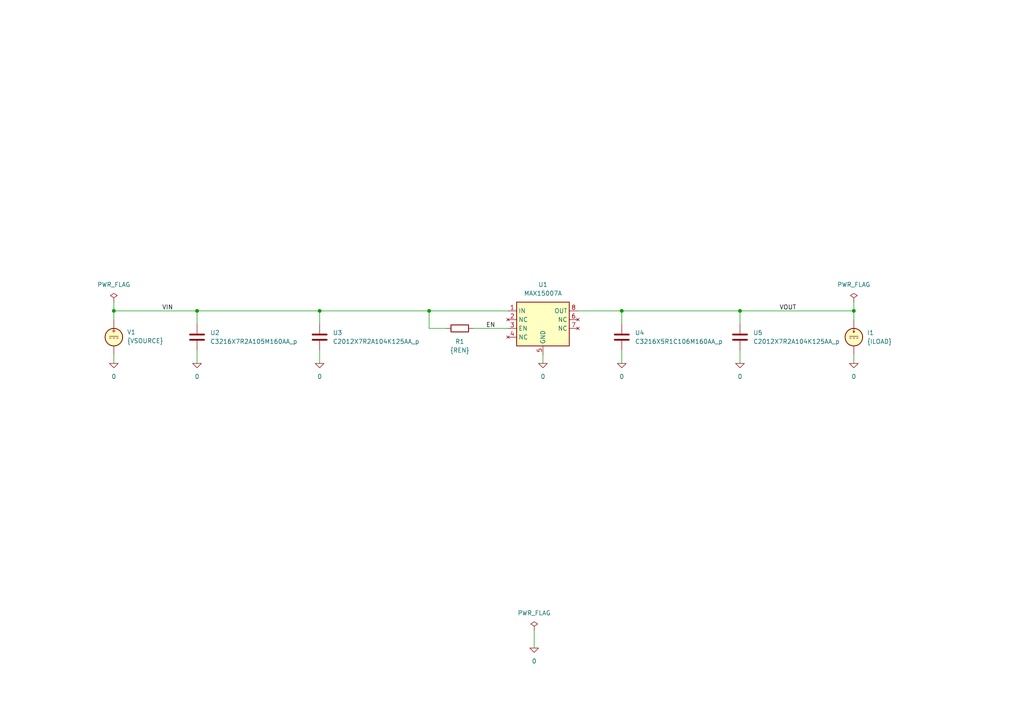
<source format=kicad_sch>
(kicad_sch (version 20211123) (generator eeschema)
  (paper "A4")
  (title_block (title "40V, Ultra-Low Quiescent-Current Linear Regulator") (date "2022-11-07") (rev "V1R1") (company "astroelectronic@") (comment 1 "PCB: Not avaliable") (comment 2 "Simulator: LTSpice") (comment 3 "Part: MAX15007A") (comment 4 "Description: Basic configuration"))
  (lib_symbols
    (symbol "AE01005035:MAX15007A"
      (property "Reference" "U" (at -6.35 6.35 0))
      (property "Value" "MAX15007A" (at 2.54 6.35 0))
      (symbol "MAX15007A_0_0"
        (pin no_connect line (at 10.16 0 180) (length 2.54) (name "NC") (number "6"))
        (pin no_connect line (at 10.16 -2.54 180) (length 2.54) (name "NC") (number "7"))
        (pin passive line (at 10.16 2.54 180) (length 2.54) (name "OUT") (number "8"))
      )
      (symbol "MAX15007A_1_1"
        (rectangle (start -7.62 5.08) (end 7.62 -7.62) (stroke (width 0.254)) (fill (type background)))
        (pin passive line (at -10.16 2.54 0) (length 2.54) (name "IN") (number "1"))
        (pin no_connect line (at -10.16 0 0) (length 2.54) (name "NC") (number "2"))
        (pin passive line (at -10.16 -2.54 0) (length 2.54) (name "EN") (number "3"))
        (pin no_connect line (at -10.16 -5.08 0) (length 2.54) (name "NC") (number "4"))
        (pin passive line (at 0 -10.16 90) (length 2.54) (name "GND") (number "5"))
      )
    )
    (symbol "Device:C" (pin_numbers hide) (pin_names (offset 0.254))
      (property "Reference" "C" (at 0.635 2.54 0))
      (property "Value" "C" (at 0.635 -2.54 0))
      (symbol "C_0_1"
        (polyline (pts (xy -2.032 -0.762) (xy 2.032 -0.762)) (stroke (width 0.508)))
        (polyline (pts (xy -2.032 0.762) (xy 2.032 0.762)) (stroke (width 0.508)))
      )
      (symbol "C_1_1"
        (pin passive line (at 0 3.81 270) (length 2.794) (name "~") (number "1"))
        (pin passive line (at 0 -3.81 90) (length 2.794) (name "~") (number "2"))
      )
    )
    (symbol "Device:R" (pin_numbers hide) (pin_names (offset 0))
      (property "Reference" "R" (at 2.032 0 90))
      (property "Value" "R" (at 0 0 90))
      (symbol "R_0_1"
        (rectangle (start -1.016 -2.54) (end 1.016 2.54) (stroke (width 0.254)))
      )
      (symbol "R_1_1"
        (pin passive line (at 0 3.81 270) (length 1.27) (name "~") (number "1"))
        (pin passive line (at 0 -3.81 90) (length 1.27) (name "~") (number "2"))
      )
    )
    (symbol "Simulation_SPICE:IDC" (pin_numbers hide) (pin_names (offset 0.0254))
      (property "Reference" "I" (at 2.54 2.54 0))
      (property "Value" "IDC" (at 2.54 0 0))
      (property "Spice_Model" "dc(1)" (at 2.54 -2.54 0))
      (symbol "IDC_0_0"
        (polyline (pts (xy -1.27 0.254) (xy 1.27 0.254)))
        (polyline (pts (xy -0.762 -0.254) (xy -1.27 -0.254)))
        (polyline (pts (xy 0.254 -0.254) (xy -0.254 -0.254)))
        (polyline (pts (xy 1.27 -0.254) (xy 0.762 -0.254)))
      )
      (symbol "IDC_0_1"
        (polyline (pts (xy 0 1.27) (xy 0 2.286)))
        (polyline (pts (xy -0.254 1.778) (xy 0 1.27) (xy 0.254 1.778)))
        (circle (center 0 0) (radius 2.54) (stroke (width 0.254)) (fill (type background)))
      )
      (symbol "IDC_1_1"
        (pin passive line (at 0 5.08 270) (length 2.54) (name "~") (number "1"))
        (pin passive line (at 0 -5.08 90) (length 2.54) (name "~") (number "2"))
      )
    )
    (symbol "Simulation_SPICE:VDC" (pin_numbers hide) (pin_names (offset 0.0254))
      (property "Reference" "V" (at 2.54 2.54 0))
      (property "Value" "VDC" (at 2.54 0 0))
      (property "Spice_Model" "dc(1)" (at 2.54 -2.54 0))
      (symbol "VDC_0_0"
        (polyline (pts (xy -1.27 0.254) (xy 1.27 0.254)))
        (polyline (pts (xy -0.762 -0.254) (xy -1.27 -0.254)))
        (polyline (pts (xy 0.254 -0.254) (xy -0.254 -0.254)))
        (polyline (pts (xy 1.27 -0.254) (xy 0.762 -0.254)))
        (text "+" (at 0 1.905 0) (effects (font (size 1.27 1.27))))
      )
      (symbol "VDC_0_1"
        (circle (center 0 0) (radius 2.54) (stroke (width 0.254)) (fill (type background)))
      )
      (symbol "VDC_1_1"
        (pin passive line (at 0 5.08 270) (length 2.54) (name "~") (number "1"))
        (pin passive line (at 0 -5.08 90) (length 2.54) (name "~") (number "2"))
      )
    )
    (symbol "power:PWR_FLAG" (power) (pin_numbers hide) (pin_names (offset 0) hide)
      (property "Value" "PWR_FLAG" (at 0 3.81 0))
      (symbol "PWR_FLAG_0_0"
        (pin power_out line (at 0 0 90) (length 0) (name "pwr") (number "1"))
      )
      (symbol "PWR_FLAG_0_1"
        (polyline (pts (xy 0 0) (xy 0 1.27) (xy -1.016 1.905) (xy 0 2.54) (xy 1.016 1.905) (xy 0 1.27)))
      )
    )
    (symbol "pspice:0" (power) (pin_names (offset 0))
      (property "Value" "0" (at 0 -1.778 0))
      (symbol "0_0_1"
        (polyline (pts (xy -1.27 0) (xy 0 -1.27) (xy 1.27 0) (xy -1.27 0)))
      )
      (symbol "0_1_1"
        (pin power_in line (at 0 0 0) (length 0) hide (name "0") (number "1"))
      )
    )
  )
  (junction (at 33.02 90.17))
  (junction (at 180.34 90.17))
  (junction (at 124.46 90.17))
  (junction (at 214.63 90.17))
  (junction (at 247.65 90.17))
  (junction (at 92.71 90.17))
  (junction (at 57.15 90.17))
  (wire (pts (xy 33.02 102.87) (xy 33.02 105.41)))
  (wire (pts (xy 124.46 95.25) (xy 124.46 90.17)))
  (wire (pts (xy 180.34 101.6) (xy 180.34 105.41)))
  (wire (pts (xy 57.15 101.6) (xy 57.15 105.41)))
  (wire (pts (xy 180.34 90.17) (xy 167.64 90.17)))
  (wire (pts (xy 57.15 90.17) (xy 92.71 90.17)))
  (wire (pts (xy 129.54 95.25) (xy 124.46 95.25)))
  (wire (pts (xy 247.65 90.17) (xy 214.63 90.17)))
  (wire (pts (xy 157.48 102.87) (xy 157.48 105.41)))
  (wire (pts (xy 247.65 102.87) (xy 247.65 105.41)))
  (wire (pts (xy 92.71 90.17) (xy 124.46 90.17)))
  (wire (pts (xy 214.63 101.6) (xy 214.63 105.41)))
  (wire (pts (xy 33.02 90.17) (xy 57.15 90.17)))
  (wire (pts (xy 214.63 93.98) (xy 214.63 90.17)))
  (wire (pts (xy 33.02 87.63) (xy 33.02 90.17)))
  (wire (pts (xy 137.16 95.25) (xy 147.32 95.25)))
  (wire (pts (xy 92.71 101.6) (xy 92.71 105.41)))
  (wire (pts (xy 124.46 90.17) (xy 147.32 90.17)))
  (wire (pts (xy 214.63 90.17) (xy 180.34 90.17)))
  (wire (pts (xy 154.94 182.88) (xy 154.94 187.96)))
  (wire (pts (xy 247.65 92.71) (xy 247.65 90.17)))
  (wire (pts (xy 247.65 87.63) (xy 247.65 90.17)))
  (wire (pts (xy 92.71 93.98) (xy 92.71 90.17)))
  (wire (pts (xy 180.34 93.98) (xy 180.34 90.17)))
  (wire (pts (xy 33.02 92.71) (xy 33.02 90.17)))
  (wire (pts (xy 57.15 93.98) (xy 57.15 90.17)))
  (label "VIN" (at 46.99 90.17 0))
  (label "VOUT" (at 226.06 90.17 0))
  (label "EN" (at 140.97 95.25 0))
  (symbol (lib_id "power:PWR_FLAG") (at 33.02 87.63 0) (unit 1)
    (property "Reference" "#FLG01" (effects hide))
    (property "Value" "PWR_FLAG" (at 33.02 82.55 0))
  )
  (symbol (lib_id "Device:C") (at 57.15 97.79 0) (unit 1)
    (property "Reference" "U2" (at 60.96 96.5199 0) (effects (justify left)))
    (property "Value" "C3216X7R2A105M160AA_p" (at 60.96 99.0599 0) (effects (justify left)))
    (property "Spice_Primitive" "X" (effects hide))
    (property "Spice_Model" "C3216X7R2A105M160AA_p" (effects hide))
    (property "Spice_Netlist_Enabled" "Y" (effects hide))
    (property "Spice_Lib_File" "../models/C3216X7R2A105M160AA_p.mod" (effects hide))
  )
  (symbol (lib_id "Simulation_SPICE:IDC") (at 247.65 97.79 0) (unit 1)
    (property "Reference" "I1" (at 251.46 96.5199 0) (effects (justify left)))
    (property "Value" "{ILOAD}" (at 251.46 99.0599 0) (effects (justify left)))
    (property "Spice_Netlist_Enabled" "Y" (effects hide))
    (property "Spice_Primitive" "I" (effects hide))
  )
  (symbol (lib_id "Device:C") (at 92.71 97.79 0) (unit 1)
    (property "Reference" "U3" (at 96.52 96.5199 0) (effects (justify left)))
    (property "Value" "C2012X7R2A104K125AA_p" (at 96.52 99.0599 0) (effects (justify left)))
    (property "Spice_Primitive" "X" (effects hide))
    (property "Spice_Model" "C2012X7R2A104K125AA_p" (effects hide))
    (property "Spice_Netlist_Enabled" "Y" (effects hide))
    (property "Spice_Lib_File" "../models/C2012X7R2A104K125AA_p.mod" (effects hide))
  )
  (symbol (lib_id "power:PWR_FLAG") (at 154.94 182.88 0) (unit 1)
    (property "Reference" "#FLG02" (effects hide))
    (property "Value" "PWR_FLAG" (at 154.94 177.8 0))
  )
  (symbol (lib_id "pspice:0") (at 247.65 105.41 0) (unit 1)
    (property "Reference" "#GND08" (effects hide))
    (property "Value" "0" (at 247.65 109.22 0))
  )
  (symbol (lib_id "pspice:0") (at 180.34 105.41 0) (unit 1)
    (property "Reference" "#GND06" (effects hide))
    (property "Value" "0" (at 180.34 109.22 0))
  )
  (symbol (lib_id "pspice:0") (at 154.94 187.96 0) (unit 1)
    (property "Reference" "#GND05" (effects hide))
    (property "Value" "0" (at 154.94 191.77 0))
  )
  (symbol (lib_id "Simulation_SPICE:VDC") (at 33.02 97.79 0) (unit 1)
    (property "Reference" "V1" (at 36.83 96.3301 0) (effects (justify left)))
    (property "Value" "{VSOURCE}" (at 36.83 98.8701 0) (effects (justify left)))
    (property "Spice_Netlist_Enabled" "Y" (effects hide))
    (property "Spice_Primitive" "V" (effects hide))
  )
  (symbol (lib_id "power:PWR_FLAG") (at 247.65 87.63 0) (unit 1)
    (property "Reference" "#FLG03" (effects hide))
    (property "Value" "PWR_FLAG" (at 247.65 82.55 0))
  )
  (symbol (lib_id "Device:R") (at 133.35 95.25 90) (unit 1)
    (property "Reference" "R1" (at 133.35 99.06 90))
    (property "Value" "{REN}" (at 133.35 101.6 90))
  )
  (symbol (lib_id "Device:C") (at 180.34 97.79 0) (unit 1)
    (property "Reference" "U4" (at 184.15 96.5199 0) (effects (justify left)))
    (property "Value" "C3216X5R1C106M160AA_p" (at 184.15 99.0599 0) (effects (justify left)))
    (property "Spice_Primitive" "X" (effects hide))
    (property "Spice_Model" "C3216X5R1C106M160AA_p" (effects hide))
    (property "Spice_Netlist_Enabled" "Y" (effects hide))
    (property "Spice_Lib_File" "../models/C3216X5R1C106M160AA_p.mod" (effects hide))
  )
  (symbol (lib_id "pspice:0") (at 33.02 105.41 0) (unit 1)
    (property "Reference" "#GND01" (effects hide))
    (property "Value" "0" (at 33.02 109.22 0))
  )
  (symbol (lib_id "AE01005035:MAX15007A") (at 157.48 92.71 0) (unit 1)
    (property "Reference" "U1" (at 157.48 82.55 0))
    (property "Value" "MAX15007A" (at 157.48 85.09 0))
    (property "Datasheet" "https://datasheets.maximintegrated.com/en/ds/MAX15006-MAX15007.pdf" (effects hide))
    (property "Spice_Primitive" "X" (effects hide))
    (property "Spice_Model" "MAX15007A" (effects hide))
    (property "Spice_Netlist_Enabled" "Y" (effects hide))
    (property "Spice_Lib_File" "../models/MAX15007A.lib" (effects hide))
  )
  (symbol (lib_id "pspice:0") (at 57.15 105.41 0) (unit 1)
    (property "Reference" "#GND02" (effects hide))
    (property "Value" "0" (at 57.15 109.22 0))
  )
  (symbol (lib_id "Device:C") (at 214.63 97.79 0) (unit 1)
    (property "Reference" "U5" (at 218.44 96.5199 0) (effects (justify left)))
    (property "Value" "C2012X7R2A104K125AA_p" (at 218.44 99.0599 0) (effects (justify left)))
    (property "Spice_Primitive" "X" (effects hide))
    (property "Spice_Model" "C2012X7R2A104K125AA_p" (effects hide))
    (property "Spice_Netlist_Enabled" "Y" (effects hide))
    (property "Spice_Lib_File" "../models/C2012X7R2A104K125AA_p.mod" (effects hide))
  )
  (symbol (lib_id "pspice:0") (at 157.48 105.41 0) (unit 1)
    (property "Reference" "#GND04" (effects hide))
    (property "Value" "0" (at 157.48 109.22 0))
  )
  (symbol (lib_id "pspice:0") (at 92.71 105.41 0) (unit 1)
    (property "Reference" "#GND03" (effects hide))
    (property "Value" "0" (at 92.71 109.22 0))
  )
  (symbol (lib_id "pspice:0") (at 214.63 105.41 0) (unit 1)
    (property "Reference" "#GND07" (effects hide))
    (property "Value" "0" (at 214.63 109.22 0))
  )
)
</source>
